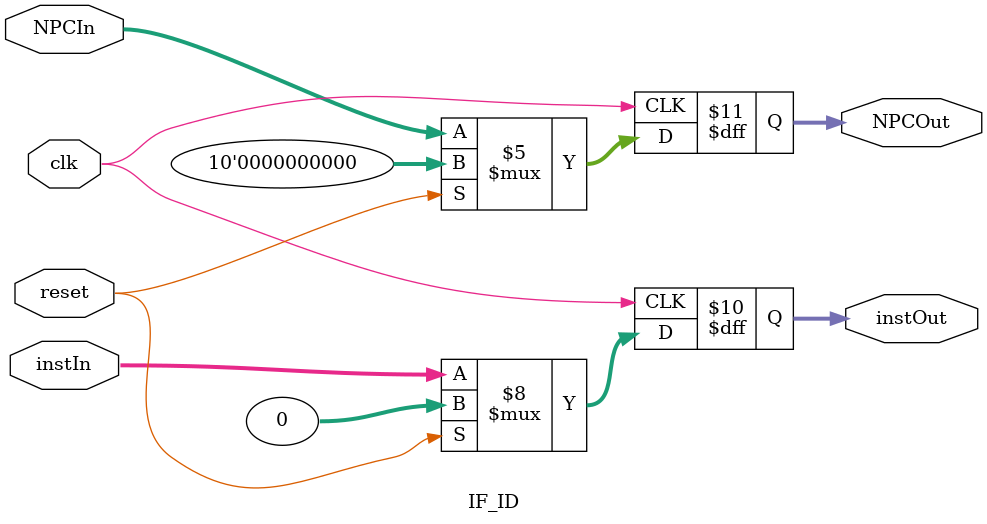
<source format=v>
`timescale 1ns / 1ps

module IF_ID(
		input reset,
		input clk,
		input [31:0] instIn,
		input [9:0] NPCIn,
		output reg [31:0] instOut,
		output reg [9:0] NPCOut
    );
	
initial begin
	NPCOut<=10'b0;
	instOut<=32'b0;
	end
	
always @(posedge clk)     //At every clock cycle, assign output=input
		begin
		if(~reset)
			begin
			instOut<=instIn;
			NPCOut<=NPCIn;
			end
		else
			begin
			instOut<=0;
			NPCOut<=0;
			end
		end
endmodule
</source>
